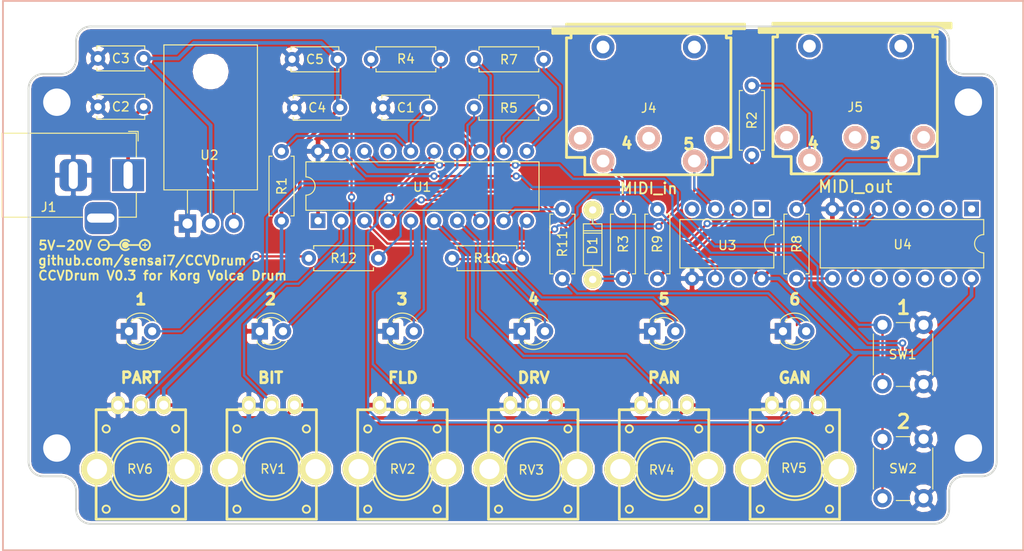
<source format=kicad_pcb>
(kicad_pcb (version 20171130) (host pcbnew "(5.0.2)-1")
  (layers (0 F.Cu signal) (31 B.Cu signal) (34 B.Paste user) (35 F.Paste user) (36 B.SilkS user) (37 F.SilkS user) (38 B.Mask user) (39 F.Mask user) (44 Edge.Cuts user))
  (net 0 "")
  (net 1 GND)
  (net 2 "Net-(D2-Pad2)")
  (net 3 "Net-(D1-Pad2)")
  (net 4 +5V)
  (net 5 +3V3)
  (net 6 TXD)
  (net 7 BIT)
  (net 8 RXD)
  (net 9 FLD)
  (net 10 GAN)
  (net 11 DRV)
  (net 12 PAN)
  (net 13 "Net-(D4-Pad2)")
  (net 14 "Net-(D3-Pad2)")
  (net 15 "Net-(D5-Pad2)")
  (net 16 TEST)
  (net 17 "Net-(D6-Pad2)")
  (net 18 PART)
  (net 19 LED_P1)
  (net 20 LED_P5)
  (net 21 LED_P4)
  (net 22 LED_P3)
  (net 23 LED_P6)
  (net 24 LED_P2)
  (net 25 PUSH_L1)
  (net 26 PUSH_L2)
  (net 27 "Net-(J5-Pad3)")
  (net 28 "Net-(J5-Pad4)")
  (net 29 "Net-(J5-Pad2)")
  (net 30 "Net-(J5-Pad1)")
  (net 31 "Net-(J4-Pad1)")
  (net 32 "Net-(J4-Pad2)")
  (net 33 "Net-(J4-Pad4)")
  (net 34 "Net-(J4-Pad3)")
  (net 35 "Net-(C1-Pad1)")
  (net 36 "Net-(D7-Pad2)")
  (net 37 "Net-(U3-Pad1)")
  (net 38 "Net-(U3-Pad4)")
  (net 39 "Net-(U3-Pad7)")
  (net 40 "Net-(D1-Pad1)")
  (net 41 "Net-(J5-Pad5)")
  (net 42 "Net-(R8-Pad2)")
  (net 43 "Net-(U4-Pad6)")
  (module Package_DIP:DIP-14_W7.62mm (layer F.Cu) (at 138.15 123.9 270)
    (fp_text reference U4 (at 3.9 7.55) (layer F.SilkS))
    (fp_text value 74HC14)
    (pad 1 thru_hole rect (at 0 0 270) (size 1.6 1.6) (drill 0.8) (layers *.Cu *.Mask))
    (pad 8 thru_hole oval (at 7.62 15.24 270) (size 1.6 1.6) (drill 0.8) (layers *.Cu *.Mask) (net 42 "Net-(R8-Pad2)"))
    (pad 2 thru_hole oval (at 0 2.54 270) (size 1.6 1.6) (drill 0.8) (layers *.Cu *.Mask))
    (pad 9 thru_hole oval (at 7.62 12.7 270) (size 1.6 1.6) (drill 0.8) (layers *.Cu *.Mask) (net 43 "Net-(U4-Pad6)"))
    (pad 3 thru_hole oval (at 0 5.08 270) (size 1.6 1.6) (drill 0.8) (layers *.Cu *.Mask))
    (pad 10 thru_hole oval (at 7.62 10.16 270) (size 1.6 1.6) (drill 0.8) (layers *.Cu *.Mask))
    (pad 4 thru_hole oval (at 0 7.62 270) (size 1.6 1.6) (drill 0.8) (layers *.Cu *.Mask))
    (pad 11 thru_hole oval (at 7.62 7.62 270) (size 1.6 1.6) (drill 0.8) (layers *.Cu *.Mask))
    (pad 5 thru_hole oval (at 0 10.16 270) (size 1.6 1.6) (drill 0.8) (layers *.Cu *.Mask) (net 6 TXD))
    (pad 12 thru_hole oval (at 7.62 5.08 270) (size 1.6 1.6) (drill 0.8) (layers *.Cu *.Mask))
    (pad 6 thru_hole oval (at 0 12.7 270) (size 1.6 1.6) (drill 0.8) (layers *.Cu *.Mask) (net 43 "Net-(U4-Pad6)"))
    (pad 13 thru_hole oval (at 7.62 2.54 270) (size 1.6 1.6) (drill 0.8) (layers *.Cu *.Mask))
    (pad 7 thru_hole oval (at 0 15.24 270) (size 1.6 1.6) (drill 0.8) (layers *.Cu *.Mask) (net 1 GND))
    (pad 14 thru_hole oval (at 7.62 0 270) (size 1.6 1.6) (drill 0.8) (layers *.Cu *.Mask) (net 5 +3V3))
  )
  (module w_pth_diodes:diode_do35 (layer F.Cu) (at 96.667333 127.815511 90)
    (fp_text reference D1 (at -0.1 -0.01225 90) (layer F.SilkS))
    (fp_text value 1N4148 hide)
    (pad 2 thru_hole circle (at 3.81 0 90) (size 1.99898 1.99898) (drill 0.8001) (layers *.Cu *.Mask F.SilkS) (net 3 "Net-(D1-Pad2)"))
    (pad 1 thru_hole circle (at -3.81 0 90) (size 1.99898 1.99898) (drill 0.8001) (layers *.Cu *.Mask F.SilkS) (net 40 "Net-(D1-Pad1)"))
  )
  (module Package_TO_SOT_THT:TO-220-3_Horizontal_TabDown (layer F.Cu) (at 52.3 125.5)
    (fp_text reference U2 (at 2.4 -7.5) (layer F.SilkS))
    (fp_text value LM1117IMP-3.3)
    (pad 3 thru_hole oval (at 5.08 0) (size 1.905 2) (drill 1.1) (layers *.Cu *.Mask) (net 4 +5V))
    (pad 2 thru_hole oval (at 2.54 0) (size 1.905 2) (drill 1.1) (layers *.Cu *.Mask) (net 5 +3V3))
    (pad 1 thru_hole rect (at 0 0) (size 1.905 2) (drill 1.1) (layers *.Cu *.Mask) (net 1 GND))
    (pad "" np_thru_hole oval (at 2.54 -16.66) (size 3.5 3.5) (drill 3.5) (layers *.Cu *.Mask))
  )
  (module SensaiLib:din-5 (layer F.Cu) (at 102.8 113.15 180)
    (fp_text reference J4 (at 0 0.3 180) (layer F.SilkS))
    (fp_text value MIDI_in (at 0 -8.5 180) (layer F.SilkS) (effects (font (size 1.2 1.2) (thickness 0.2))))
    (pad "" thru_hole circle (at -5.00126 6.9977 180) (size 2.49936 2.49936) (drill 1.397) (layers *.Cu *.Mask))
    (pad "" thru_hole circle (at 5.00126 6.9977 180) (size 2.49936 2.49936) (drill 1.397) (layers *.Cu *.Mask))
    (pad 5 thru_hole circle (at -4.99618 -5.4991 180) (size 2.49936 2.49936) (drill 1.397) (layers *.Cu *.SilkS *.Mask) (net 3 "Net-(D1-Pad2)"))
    (pad 1 thru_hole circle (at 7.49808 -2.9972 180) (size 2.49936 2.49936) (drill 1.397) (layers *.Cu *.SilkS *.Mask) (net 31 "Net-(J4-Pad1)"))
    (pad 2 thru_hole circle (at 0 -2.99974 180) (size 2.49936 2.49936) (drill 1.397) (layers *.Cu *.SilkS *.Mask) (net 32 "Net-(J4-Pad2)"))
    (pad 4 thru_hole circle (at 4.99618 -5.4991 180) (size 2.49936 2.49936) (drill 1.397) (layers *.Cu *.SilkS *.Mask) (net 33 "Net-(J4-Pad4)"))
    (pad 3 thru_hole circle (at -7.49808 -2.9972 180) (size 2.49936 2.49936) (drill 1.397) (layers *.Cu *.SilkS *.Mask) (net 34 "Net-(J4-Pad3)"))
  )
  (module SensaiLib:din-5 (layer F.Cu) (at 125.4 113.05 180)
    (fp_text reference J5 (at -0.017413 0.3 180) (layer F.SilkS))
    (fp_text value MIDI_out (at -0.017413 -8.4 180) (layer F.SilkS) (effects (font (size 1.3 1.3) (thickness 0.2))))
    (pad "" thru_hole circle (at -5.00126 6.9977 180) (size 2.49936 2.49936) (drill 1.397) (layers *.Cu *.Mask))
    (pad "" thru_hole circle (at 5.00126 6.9977 180) (size 2.49936 2.49936) (drill 1.397) (layers *.Cu *.Mask))
    (pad 5 thru_hole circle (at -4.99618 -5.4991 180) (size 2.49936 2.49936) (drill 1.397) (layers *.Cu *.SilkS *.Mask) (net 41 "Net-(J5-Pad5)"))
    (pad 1 thru_hole circle (at 7.49808 -2.9972 180) (size 2.49936 2.49936) (drill 1.397) (layers *.Cu *.SilkS *.Mask) (net 30 "Net-(J5-Pad1)"))
    (pad 2 thru_hole circle (at 0 -2.99974 180) (size 2.49936 2.49936) (drill 1.397) (layers *.Cu *.SilkS *.Mask) (net 29 "Net-(J5-Pad2)"))
    (pad 4 thru_hole circle (at 4.99618 -5.4991 180) (size 2.49936 2.49936) (drill 1.397) (layers *.Cu *.SilkS *.Mask) (net 28 "Net-(J5-Pad4)"))
    (pad 3 thru_hole circle (at -7.49808 -2.9972 180) (size 2.49936 2.49936) (drill 1.397) (layers *.Cu *.SilkS *.Mask) (net 27 "Net-(J5-Pad3)"))
  )
  (module Package_DIP:DIP-8_W7.62mm (layer F.Cu) (at 115.167332 123.9 270)
    (fp_text reference U3 (at 4 3.763) (layer F.SilkS))
    (fp_text value 6N139)
    (pad 8 thru_hole oval (at 7.62 0 270) (size 1.6 1.6) (drill 0.8) (layers *.Cu *.Mask) (net 5 +3V3))
    (pad 4 thru_hole oval (at 0 7.62 270) (size 1.6 1.6) (drill 0.8) (layers *.Cu *.Mask) (net 38 "Net-(U3-Pad4)"))
    (pad 7 thru_hole oval (at 7.62 2.54 270) (size 1.6 1.6) (drill 0.8) (layers *.Cu *.Mask) (net 39 "Net-(U3-Pad7)"))
    (pad 3 thru_hole oval (at 0 5.08 270) (size 1.6 1.6) (drill 0.8) (layers *.Cu *.Mask) (net 3 "Net-(D1-Pad2)"))
    (pad 6 thru_hole oval (at 7.62 5.08 270) (size 1.6 1.6) (drill 0.8) (layers *.Cu *.Mask) (net 8 RXD))
    (pad 2 thru_hole oval (at 0 2.54 270) (size 1.6 1.6) (drill 0.8) (layers *.Cu *.Mask) (net 40 "Net-(D1-Pad1)"))
    (pad 5 thru_hole oval (at 7.62 7.62 270) (size 1.6 1.6) (drill 0.8) (layers *.Cu *.Mask) (net 1 GND))
    (pad 1 thru_hole rect (at 0 0 270) (size 1.6 1.6) (drill 0.8) (layers *.Cu *.Mask) (net 37 "Net-(U3-Pad1)"))
  )
  (module Connector_BarrelJack:BarrelJack_Horizontal (layer F.Cu) (at 45.8 120.2)
    (fp_text reference J1 (at -8.7 3.5) (layer F.SilkS))
    (fp_text value Barrel_Jack)
    (pad 3 thru_hole roundrect (at -3 4.7) (size 3.5 3.5) (drill oval 3 1) (layers *.Cu *.Mask))
    (pad 2 thru_hole roundrect (at -6 0) (size 3 3.5) (drill oval 1 3) (layers *.Cu *.Mask) (net 1 GND))
    (pad 1 thru_hole rect (at 0 0) (size 3.5 3.5) (drill oval 1 3) (layers *.Cu *.Mask) (net 4 +5V))
  )
  (module LED_THT:LED_D3.0mm (layer F.Cu) (at 88.9 137.3)
    (fp_text reference D4 hide)
    (fp_text value 3)
    (pad 2 thru_hole circle (at 2.54 0) (size 1.8 1.8) (drill 0.9) (layers *.Cu *.Mask) (net 13 "Net-(D4-Pad2)"))
    (pad 1 thru_hole rect (at 0 0) (size 1.8 1.8) (drill 0.9) (layers *.Cu *.Mask) (net 1 GND))
  )
  (module LED_THT:LED_D3.0mm (layer F.Cu) (at 103.18 137.3)
    (fp_text reference D5 hide)
    (fp_text value 4)
    (pad 2 thru_hole circle (at 2.54 0) (size 1.8 1.8) (drill 0.9) (layers *.Cu *.Mask) (net 15 "Net-(D5-Pad2)"))
    (pad 1 thru_hole rect (at 0 0) (size 1.8 1.8) (drill 0.9) (layers *.Cu *.Mask) (net 1 GND))
  )
  (module LED_THT:LED_D3.0mm (layer F.Cu) (at 74.54 137.3)
    (fp_text reference D3 hide)
    (fp_text value 2)
    (pad 2 thru_hole circle (at 2.54 0) (size 1.8 1.8) (drill 0.9) (layers *.Cu *.Mask) (net 14 "Net-(D3-Pad2)"))
    (pad 1 thru_hole rect (at 0 0) (size 1.8 1.8) (drill 0.9) (layers *.Cu *.Mask) (net 1 GND))
  )
  (module LED_THT:LED_D3.0mm (layer F.Cu) (at 117.5 137.3)
    (fp_text reference D6 hide)
    (fp_text value 5)
    (pad 2 thru_hole circle (at 2.54 0) (size 1.8 1.8) (drill 0.9) (layers *.Cu *.Mask) (net 17 "Net-(D6-Pad2)"))
    (pad 1 thru_hole rect (at 0 0) (size 1.8 1.8) (drill 0.9) (layers *.Cu *.Mask) (net 1 GND))
  )
  (module LED_THT:LED_D3.0mm (layer F.Cu) (at 45.9 137.3)
    (fp_text reference D7 hide)
    (fp_text value 6)
    (pad 2 thru_hole circle (at 2.54 0) (size 1.8 1.8) (drill 0.9) (layers *.Cu *.Mask) (net 36 "Net-(D7-Pad2)"))
    (pad 1 thru_hole rect (at 0 0) (size 1.8 1.8) (drill 0.9) (layers *.Cu *.Mask) (net 1 GND))
  )
  (module LED_THT:LED_D3.0mm (layer F.Cu) (at 60.22 137.3)
    (fp_text reference D2 hide)
    (fp_text value 1)
    (pad 2 thru_hole circle (at 2.54 0) (size 1.8 1.8) (drill 0.9) (layers *.Cu *.Mask) (net 2 "Net-(D2-Pad2)"))
    (pad 1 thru_hole rect (at 0 0) (size 1.8 1.8) (drill 0.9) (layers *.Cu *.Mask) (net 1 GND))
  )
  (module Resistor_THT:R_Axial_DIN0207_L6.3mm_D2.5mm_P7.62mm_Horizontal (layer F.Cu) (at 93.35 123.93 270)
    (fp_text reference R11 (at 3.81 0 270) (layer F.SilkS))
    (fp_text value RLED)
    (pad 2 thru_hole oval (at 7.62 0 270) (size 1.6 1.6) (drill 0.8) (layers *.Cu *.Mask) (net 17 "Net-(D6-Pad2)"))
    (pad 1 thru_hole circle (at 0 0 270) (size 1.6 1.6) (drill 0.8) (layers *.Cu *.Mask) (net 20 LED_P5))
  )
  (module Resistor_THT:R_Axial_DIN0207_L6.3mm_D2.5mm_P7.62mm_Horizontal (layer F.Cu) (at 73.2 129.3 180)
    (fp_text reference R12 (at 3.8 0 180) (layer F.SilkS))
    (fp_text value RLED)
    (pad 2 thru_hole oval (at 7.62 0 180) (size 1.6 1.6) (drill 0.8) (layers *.Cu *.Mask) (net 36 "Net-(D7-Pad2)"))
    (pad 1 thru_hole circle (at 0 0 180) (size 1.6 1.6) (drill 0.8) (layers *.Cu *.Mask) (net 23 LED_P6))
  )
  (module Resistor_THT:R_Axial_DIN0207_L6.3mm_D2.5mm_P7.62mm_Horizontal (layer F.Cu) (at 88.9 129.3 180)
    (fp_text reference R10 (at 3.81 0 180) (layer F.SilkS))
    (fp_text value RLED)
    (pad 2 thru_hole oval (at 7.62 0 180) (size 1.6 1.6) (drill 0.8) (layers *.Cu *.Mask) (net 15 "Net-(D5-Pad2)"))
    (pad 1 thru_hole circle (at 0 0 180) (size 1.6 1.6) (drill 0.8) (layers *.Cu *.Mask) (net 21 LED_P4))
  )
  (module Package_DIP:DIP-20_W7.62mm (layer F.Cu) (at 66.6 125.2 90)
    (fp_text reference U1 (at 3.7 11.4 180) (layer F.SilkS))
    (fp_text value MSP430G2533)
    (pad 20 thru_hole oval (at 7.62 0 90) (size 1.6 1.6) (drill 0.8) (layers *.Cu *.Mask) (net 1 GND))
    (pad 10 thru_hole oval (at 0 22.86 90) (size 1.6 1.6) (drill 0.8) (layers *.Cu *.Mask) (net 21 LED_P4))
    (pad 19 thru_hole oval (at 7.62 2.54 90) (size 1.6 1.6) (drill 0.8) (layers *.Cu *.Mask) (net 26 PUSH_L2))
    (pad 9 thru_hole oval (at 0 20.32 90) (size 1.6 1.6) (drill 0.8) (layers *.Cu *.Mask) (net 20 LED_P5))
    (pad 18 thru_hole oval (at 7.62 5.08 90) (size 1.6 1.6) (drill 0.8) (layers *.Cu *.Mask) (net 25 PUSH_L1))
    (pad 8 thru_hole oval (at 0 17.78 90) (size 1.6 1.6) (drill 0.8) (layers *.Cu *.Mask) (net 23 LED_P6))
    (pad 17 thru_hole oval (at 7.62 7.62 90) (size 1.6 1.6) (drill 0.8) (layers *.Cu *.Mask) (net 16 TEST))
    (pad 7 thru_hole oval (at 0 15.24 90) (size 1.6 1.6) (drill 0.8) (layers *.Cu *.Mask) (net 12 PAN))
    (pad 16 thru_hole oval (at 7.62 10.16 90) (size 1.6 1.6) (drill 0.8) (layers *.Cu *.Mask) (net 35 "Net-(C1-Pad1)"))
    (pad 6 thru_hole oval (at 0 12.7 90) (size 1.6 1.6) (drill 0.8) (layers *.Cu *.Mask) (net 11 DRV))
    (pad 15 thru_hole oval (at 7.62 12.7 90) (size 1.6 1.6) (drill 0.8) (layers *.Cu *.Mask) (net 18 PART))
    (pad 5 thru_hole oval (at 0 10.16 90) (size 1.6 1.6) (drill 0.8) (layers *.Cu *.Mask) (net 9 FLD))
    (pad 14 thru_hole oval (at 7.62 15.24 90) (size 1.6 1.6) (drill 0.8) (layers *.Cu *.Mask) (net 10 GAN))
    (pad 4 thru_hole oval (at 0 7.62 90) (size 1.6 1.6) (drill 0.8) (layers *.Cu *.Mask) (net 6 TXD))
    (pad 13 thru_hole oval (at 7.62 17.78 90) (size 1.6 1.6) (drill 0.8) (layers *.Cu *.Mask) (net 19 LED_P1))
    (pad 3 thru_hole oval (at 0 5.08 90) (size 1.6 1.6) (drill 0.8) (layers *.Cu *.Mask) (net 8 RXD))
    (pad 12 thru_hole oval (at 7.62 20.32 90) (size 1.6 1.6) (drill 0.8) (layers *.Cu *.Mask) (net 24 LED_P2))
    (pad 2 thru_hole oval (at 0 2.54 90) (size 1.6 1.6) (drill 0.8) (layers *.Cu *.Mask) (net 7 BIT))
    (pad 11 thru_hole oval (at 7.62 22.86 90) (size 1.6 1.6) (drill 0.8) (layers *.Cu *.Mask) (net 22 LED_P3))
    (pad 1 thru_hole rect (at 0 0 90) (size 1.6 1.6) (drill 0.8) (layers *.Cu *.Mask) (net 5 +3V3))
  )
  (module w_pth_resistors:trimmer_alps-rk09k1130ah1 (layer F.Cu) (at 118.8 152.4 180)
    (fp_text reference RV5 (at 0.1 0.1 180) (layer F.SilkS))
    (fp_text value 10k hide)
    (pad "" thru_hole circle (at 4.8 0 180) (size 3.5 3.5) (drill 2.2) (layers *.Cu *.Mask F.SilkS))
    (pad "" thru_hole circle (at -4.8 0 180) (size 3.5 3.5) (drill 2.2) (layers *.Cu *.Mask F.SilkS))
    (pad 3 thru_hole oval (at 2.5 7 180) (size 1.5 2) (drill 1) (layers *.Cu *.Mask F.SilkS) (net 1 GND))
    (pad 2 thru_hole oval (at 0 7 180) (size 1.5 2) (drill 1) (layers *.Cu *.Mask F.SilkS) (net 18 PART))
    (pad 1 thru_hole oval (at -2.5 7 180) (size 1.5 2) (drill 1) (layers *.Cu *.Mask F.SilkS) (net 5 +3V3))
  )
  (module Capacitor_THT:C_Disc_D5.0mm_W2.5mm_P5.00mm (layer F.Cu) (at 68.753333 107.5 180)
    (fp_text reference C5 (at 2.5 0 180) (layer F.SilkS))
    (fp_text value 100)
    (pad 2 thru_hole circle (at 5 0 180) (size 1.6 1.6) (drill 0.8) (layers *.Cu *.Mask) (net 1 GND))
    (pad 1 thru_hole circle (at 0 0 180) (size 1.6 1.6) (drill 0.8) (layers *.Cu *.Mask) (net 5 +3V3))
  )
  (module Capacitor_THT:C_Disc_D5.0mm_W2.5mm_P5.00mm (layer F.Cu) (at 69 112.8 180)
    (fp_text reference C4 (at 2.5 0 180) (layer F.SilkS))
    (fp_text value 10)
    (pad 2 thru_hole circle (at 5 0 180) (size 1.6 1.6) (drill 0.8) (layers *.Cu *.Mask) (net 1 GND))
    (pad 1 thru_hole circle (at 0 0 180) (size 1.6 1.6) (drill 0.8) (layers *.Cu *.Mask) (net 5 +3V3))
  )
  (module Capacitor_THT:C_Disc_D5.0mm_W2.5mm_P5.00mm (layer F.Cu) (at 47.5 107.4 180)
    (fp_text reference C3 (at 2.5 0 180) (layer F.SilkS))
    (fp_text value 100)
    (pad 2 thru_hole circle (at 5 0 180) (size 1.6 1.6) (drill 0.8) (layers *.Cu *.Mask) (net 1 GND))
    (pad 1 thru_hole circle (at 0 0 180) (size 1.6 1.6) (drill 0.8) (layers *.Cu *.Mask) (net 5 +3V3))
  )
  (module Button_Switch_THT:SW_PUSH_6mm_H4.3mm (layer F.Cu) (at 132.9 149.1 270)
    (fp_text reference SW2 (at 3.25 2.25) (layer F.SilkS))
    (fp_text value SW_Push)
    (pad 1 thru_hole circle (at 6.5 0) (size 2 2) (drill 1.1) (layers *.Cu *.Mask) (net 1 GND))
    (pad 2 thru_hole circle (at 6.5 4.5) (size 2 2) (drill 1.1) (layers *.Cu *.Mask) (net 26 PUSH_L2))
    (pad 1 thru_hole circle (at 0 0) (size 2 2) (drill 1.1) (layers *.Cu *.Mask) (net 1 GND))
    (pad 2 thru_hole circle (at 0 4.5) (size 2 2) (drill 1.1) (layers *.Cu *.Mask) (net 26 PUSH_L2))
  )
  (module Button_Switch_THT:SW_PUSH_6mm_H4.3mm (layer F.Cu) (at 132.9 136.6 270)
    (fp_text reference SW1 (at 3.25 2.3) (layer F.SilkS))
    (fp_text value SW_Push)
    (pad 1 thru_hole circle (at 6.5 0) (size 2 2) (drill 1.1) (layers *.Cu *.Mask) (net 1 GND))
    (pad 2 thru_hole circle (at 6.5 4.5) (size 2 2) (drill 1.1) (layers *.Cu *.Mask) (net 25 PUSH_L1))
    (pad 1 thru_hole circle (at 0 0) (size 2 2) (drill 1.1) (layers *.Cu *.Mask) (net 1 GND))
    (pad 2 thru_hole circle (at 0 4.5) (size 2 2) (drill 1.1) (layers *.Cu *.Mask) (net 25 PUSH_L1))
  )
  (module Capacitor_THT:C_Disc_D5.0mm_W2.5mm_P5.00mm (layer F.Cu) (at 78.7 112.8 180)
    (fp_text reference C1 (at 2.5 0 180) (layer F.SilkS))
    (fp_text value 10)
    (pad 2 thru_hole circle (at 5 0 180) (size 1.6 1.6) (drill 0.8) (layers *.Cu *.Mask) (net 1 GND))
    (pad 1 thru_hole circle (at 0 0 180) (size 1.6 1.6) (drill 0.8) (layers *.Cu *.Mask) (net 35 "Net-(C1-Pad1)"))
  )
  (module Capacitor_THT:C_Disc_D5.0mm_W2.5mm_P5.00mm (layer F.Cu) (at 47.5 112.7 180)
    (fp_text reference C2 (at 2.5 0 180) (layer F.SilkS))
    (fp_text value 330)
    (pad 2 thru_hole circle (at 5 0 180) (size 1.6 1.6) (drill 0.8) (layers *.Cu *.Mask) (net 1 GND))
    (pad 1 thru_hole circle (at 0 0 180) (size 1.6 1.6) (drill 0.8) (layers *.Cu *.Mask) (net 4 +5V))
  )
  (module Resistor_THT:R_Axial_DIN0207_L6.3mm_D2.5mm_P7.62mm_Horizontal (layer F.Cu) (at 99.984666 131.55 90)
    (fp_text reference R3 (at 3.81 0.035 90) (layer F.SilkS))
    (fp_text value 220)
    (pad 2 thru_hole oval (at 7.62 0 90) (size 1.6 1.6) (drill 0.8) (layers *.Cu *.Mask) (net 33 "Net-(J4-Pad4)"))
    (pad 1 thru_hole circle (at 0 0 90) (size 1.6 1.6) (drill 0.8) (layers *.Cu *.Mask) (net 40 "Net-(D1-Pad1)"))
  )
  (module Resistor_THT:R_Axial_DIN0207_L6.3mm_D2.5mm_P7.62mm_Horizontal (layer F.Cu) (at 103.750999 131.55 90)
    (fp_text reference R9 (at 3.81 0 90) (layer F.SilkS))
    (fp_text value 270)
    (pad 2 thru_hole oval (at 7.62 0 90) (size 1.6 1.6) (drill 0.8) (layers *.Cu *.Mask) (net 8 RXD))
    (pad 1 thru_hole circle (at 0 0 90) (size 1.6 1.6) (drill 0.8) (layers *.Cu *.Mask) (net 5 +3V3))
  )
  (module Resistor_THT:R_Axial_DIN0207_L6.3mm_D2.5mm_P7.62mm_Horizontal (layer F.Cu) (at 118.983665 123.93 270)
    (fp_text reference R8 (at 3.8 -0.03 270) (layer F.SilkS))
    (fp_text value 68)
    (pad 2 thru_hole oval (at 7.62 0 270) (size 1.6 1.6) (drill 0.8) (layers *.Cu *.Mask) (net 42 "Net-(R8-Pad2)"))
    (pad 1 thru_hole circle (at 0 0 270) (size 1.6 1.6) (drill 0.8) (layers *.Cu *.Mask) (net 41 "Net-(J5-Pad5)"))
  )
  (module Resistor_THT:R_Axial_DIN0207_L6.3mm_D2.5mm_P7.62mm_Horizontal (layer F.Cu) (at 91.3 107.5 180)
    (fp_text reference R7 (at 3.81 -0.035 180) (layer F.SilkS))
    (fp_text value RLED)
    (pad 2 thru_hole oval (at 7.62 0 180) (size 1.6 1.6) (drill 0.8) (layers *.Cu *.Mask) (net 13 "Net-(D4-Pad2)"))
    (pad 1 thru_hole circle (at 0 0 180) (size 1.6 1.6) (drill 0.8) (layers *.Cu *.Mask) (net 22 LED_P3))
  )
  (module Resistor_THT:R_Axial_DIN0207_L6.3mm_D2.5mm_P7.62mm_Horizontal (layer F.Cu) (at 62.6 125.2 90)
    (fp_text reference R1 (at 3.8 0.03 90) (layer F.SilkS))
    (fp_text value 47k)
    (pad 2 thru_hole oval (at 7.62 0 90) (size 1.6 1.6) (drill 0.8) (layers *.Cu *.Mask) (net 35 "Net-(C1-Pad1)"))
    (pad 1 thru_hole circle (at 0 0 90) (size 1.6 1.6) (drill 0.8) (layers *.Cu *.Mask) (net 5 +3V3))
  )
  (module Resistor_THT:R_Axial_DIN0207_L6.3mm_D2.5mm_P7.62mm_Horizontal (layer F.Cu) (at 80.026666 107.5 180)
    (fp_text reference R4 (at 3.81 0.04 180) (layer F.SilkS))
    (fp_text value RLED)
    (pad 2 thru_hole oval (at 7.62 0 180) (size 1.6 1.6) (drill 0.8) (layers *.Cu *.Mask) (net 2 "Net-(D2-Pad2)"))
    (pad 1 thru_hole circle (at 0 0 180) (size 1.6 1.6) (drill 0.8) (layers *.Cu *.Mask) (net 19 LED_P1))
  )
  (module Resistor_THT:R_Axial_DIN0207_L6.3mm_D2.5mm_P7.62mm_Horizontal (layer F.Cu) (at 91.3 112.8 180)
    (fp_text reference R5 (at 3.81 -0.04 180) (layer F.SilkS))
    (fp_text value RLED)
    (pad 2 thru_hole oval (at 7.62 0 180) (size 1.6 1.6) (drill 0.8) (layers *.Cu *.Mask) (net 14 "Net-(D3-Pad2)"))
    (pad 1 thru_hole circle (at 0 0 180) (size 1.6 1.6) (drill 0.8) (layers *.Cu *.Mask) (net 24 LED_P2))
  )
  (module Resistor_THT:R_Axial_DIN0207_L6.3mm_D2.5mm_P7.62mm_Horizontal (layer F.Cu) (at 114.1 118 90)
    (fp_text reference R2 (at 3.81 0 90) (layer F.SilkS))
    (fp_text value 68)
    (pad 2 thru_hole oval (at 7.62 0 90) (size 1.6 1.6) (drill 0.8) (layers *.Cu *.Mask) (net 28 "Net-(J5-Pad4)"))
    (pad 1 thru_hole circle (at 0 0 90) (size 1.6 1.6) (drill 0.8) (layers *.Cu *.Mask) (net 5 +3V3))
  )
  (module w_pth_resistors:trimmer_alps-rk09k1130ah1 (layer F.Cu) (at 47.2 152.4 180)
    (fp_text reference RV6 (at 0.1 0 180) (layer F.SilkS))
    (fp_text value 10k hide)
    (pad "" thru_hole circle (at 4.8 0 180) (size 3.5 3.5) (drill 2.2) (layers *.Cu *.Mask F.SilkS))
    (pad "" thru_hole circle (at -4.8 0 180) (size 3.5 3.5) (drill 2.2) (layers *.Cu *.Mask F.SilkS))
    (pad 3 thru_hole oval (at 2.5 7 180) (size 1.5 2) (drill 1) (layers *.Cu *.Mask F.SilkS) (net 1 GND))
    (pad 2 thru_hole oval (at 0 7 180) (size 1.5 2) (drill 1) (layers *.Cu *.Mask F.SilkS) (net 10 GAN))
    (pad 1 thru_hole oval (at -2.5 7 180) (size 1.5 2) (drill 1) (layers *.Cu *.Mask F.SilkS) (net 5 +3V3))
  )
  (module w_pth_resistors:trimmer_alps-rk09k1130ah1 (layer F.Cu) (at 61.52 152.4 180)
    (fp_text reference RV1 (at -0.16 0 180) (layer F.SilkS))
    (fp_text value 10k hide)
    (pad "" thru_hole circle (at 4.8 0 180) (size 3.5 3.5) (drill 2.2) (layers *.Cu *.Mask F.SilkS))
    (pad "" thru_hole circle (at -4.8 0 180) (size 3.5 3.5) (drill 2.2) (layers *.Cu *.Mask F.SilkS))
    (pad 3 thru_hole oval (at 2.5 7 180) (size 1.5 2) (drill 1) (layers *.Cu *.Mask F.SilkS) (net 1 GND))
    (pad 2 thru_hole oval (at 0 7 180) (size 1.5 2) (drill 1) (layers *.Cu *.Mask F.SilkS) (net 7 BIT))
    (pad 1 thru_hole oval (at -2.5 7 180) (size 1.5 2) (drill 1) (layers *.Cu *.Mask F.SilkS) (net 5 +3V3))
  )
  (module w_pth_resistors:trimmer_alps-rk09k1130ah1 (layer F.Cu) (at 75.84 152.4 180)
    (fp_text reference RV2 (at -0.02 0 180) (layer F.SilkS))
    (fp_text value 10k hide)
    (pad "" thru_hole circle (at 4.8 0 180) (size 3.5 3.5) (drill 2.2) (layers *.Cu *.Mask F.SilkS))
    (pad "" thru_hole circle (at -4.8 0 180) (size 3.5 3.5) (drill 2.2) (layers *.Cu *.Mask F.SilkS))
    (pad 3 thru_hole oval (at 2.5 7 180) (size 1.5 2) (drill 1) (layers *.Cu *.Mask F.SilkS) (net 1 GND))
    (pad 2 thru_hole oval (at 0 7 180) (size 1.5 2) (drill 1) (layers *.Cu *.Mask F.SilkS) (net 9 FLD))
    (pad 1 thru_hole oval (at -2.5 7 180) (size 1.5 2) (drill 1) (layers *.Cu *.Mask F.SilkS) (net 5 +3V3))
  )
  (module w_pth_resistors:trimmer_alps-rk09k1130ah1 (layer F.Cu) (at 90.16 152.4 180)
    (fp_text reference RV3 (at 0.22 -0.1 180) (layer F.SilkS))
    (fp_text value 10k hide)
    (pad "" thru_hole circle (at 4.8 0 180) (size 3.5 3.5) (drill 2.2) (layers *.Cu *.Mask F.SilkS))
    (pad "" thru_hole circle (at -4.8 0 180) (size 3.5 3.5) (drill 2.2) (layers *.Cu *.Mask F.SilkS))
    (pad 3 thru_hole oval (at 2.5 7 180) (size 1.5 2) (drill 1) (layers *.Cu *.Mask F.SilkS) (net 1 GND))
    (pad 2 thru_hole oval (at 0 7 180) (size 1.5 2) (drill 1) (layers *.Cu *.Mask F.SilkS) (net 11 DRV))
    (pad 1 thru_hole oval (at -2.5 7 180) (size 1.5 2) (drill 1) (layers *.Cu *.Mask F.SilkS) (net 5 +3V3))
  )
  (module w_pth_resistors:trimmer_alps-rk09k1130ah1 (layer F.Cu) (at 104.48 152.4 180)
    (fp_text reference RV4 (at 0.26 -0.1 180) (layer F.SilkS))
    (fp_text value 10k hide)
    (pad "" thru_hole circle (at 4.8 0 180) (size 3.5 3.5) (drill 2.2) (layers *.Cu *.Mask F.SilkS))
    (pad "" thru_hole circle (at -4.8 0 180) (size 3.5 3.5) (drill 2.2) (layers *.Cu *.Mask F.SilkS))
    (pad 3 thru_hole oval (at 2.5 7 180) (size 1.5 2) (drill 1) (layers *.Cu *.Mask F.SilkS) (net 1 GND))
    (pad 2 thru_hole oval (at 0 7 180) (size 1.5 2) (drill 1) (layers *.Cu *.Mask F.SilkS) (net 12 PAN))
    (pad 1 thru_hole oval (at -2.5 7 180) (size 1.5 2) (drill 1) (layers *.Cu *.Mask F.SilkS) (net 5 +3V3))
  )
  (gr_line (start 42.9 127.85) (end 43.35 127.85) (layer F.SilkS) (width 0.15))
  (gr_line (start 47.65 128.1) (end 47.65 127.65) (layer F.SilkS) (width 0.15))
  (gr_line (start 47.4 127.85) (end 47.85 127.85) (layer F.SilkS) (width 0.15))
  (gr_line (start 45.5 127.85) (end 47.05 127.85) (layer F.SilkS) (width 0.2))
  (gr_line (start 44.85 127.85) (end 43.7 127.85) (layer F.SilkS) (width 0.2))
  (gr_circle (center 45.5 127.85) (end 45.570711 127.85) (layer F.SilkS) (width 0.3))
  (gr_arc (start 45.5 127.85) (end 45.899999 127.450001) (angle -266.6335393) (layer F.SilkS) (width 0.2))
  (gr_arc (start 43.15 127.85) (end 43.549999 128.249999) (angle -86.18592517) (layer F.SilkS) (width 0.2))
  (gr_circle (center 47.634315 127.85) (end 48.034315 128.25) (layer F.SilkS) (width 0.2))
  (gr_circle (center 43.134315 127.85) (end 43.534315 128.25) (layer F.SilkS) (width 0.2))
  (gr_text "5V-20V " (at 39.295238 127.9) (layer F.SilkS) (effects (font (size 1 1) (thickness 0.2))))
  (gr_arc (start 137.3 107.5) (end 135.7 107.5) (angle -90) (layer Edge.Cuts) (width 0.2))
  (gr_arc (start 36.5 151.6) (end 34.9 151.6) (angle -90) (layer Edge.Cuts) (width 0.2))
  (gr_arc (start 38.5 154.8) (end 40.1 154.8) (angle -90) (layer Edge.Cuts) (width 0.2))
  (gr_arc (start 41.7 156.8) (end 40.1 156.8) (angle -90) (layer Edge.Cuts) (width 0.2))
  (gr_arc (start 134.1 156.8) (end 134.1 158.4) (angle -90) (layer Edge.Cuts) (width 0.2))
  (gr_arc (start 137.3 154.8) (end 137.3 153.2) (angle -90) (layer Edge.Cuts) (width 0.2))
  (gr_arc (start 139.3 151.6) (end 139.3 153.2) (angle -90) (layer Edge.Cuts) (width 0.2))
  (gr_arc (start 139.3 110.7) (end 140.9 110.7) (angle -90) (layer Edge.Cuts) (width 0.2))
  (gr_arc (start 134.1 105.5) (end 135.7 105.5) (angle -90) (layer Edge.Cuts) (width 0.2))
  (gr_arc (start 41.7 105.5) (end 41.7 103.9) (angle -90) (layer Edge.Cuts) (width 0.2))
  (gr_arc (start 38.5 107.5) (end 38.5 109.1) (angle -90) (layer Edge.Cuts) (width 0.2))
  (gr_arc (start 36.5 110.7) (end 36.5 109.1) (angle -90) (layer Edge.Cuts) (width 0.2))
  (gr_line (start 38.5 153.2) (end 36.5 153.2) (layer Edge.Cuts) (width 0.2))
  (gr_line (start 40.1 156.8) (end 40.1 154.8) (layer Edge.Cuts) (width 0.2))
  (gr_line (start 137.3 153.2) (end 139.3 153.2) (layer Edge.Cuts) (width 0.2))
  (gr_line (start 135.7 156.8) (end 135.7 154.8) (layer Edge.Cuts) (width 0.2))
  (gr_line (start 137.3 109.1) (end 139.3 109.1) (layer Edge.Cuts) (width 0.2))
  (gr_line (start 135.7 105.5) (end 135.7 107.5) (layer Edge.Cuts) (width 0.2))
  (gr_line (start 40.1 107.5) (end 40.1 105.5) (layer Edge.Cuts) (width 0.2))
  (gr_line (start 36.5 109.1) (end 38.5 109.1) (layer Edge.Cuts) (width 0.2))
  (gr_text 5 (at 127.6 116.7) (layer F.SilkS) (effects (font (size 1.2 1.2) (thickness 0.3))))
  (gr_text 4 (at 120.8 116.7) (layer F.SilkS) (effects (font (size 1.2 1.2) (thickness 0.3))))
  (gr_line (start 143.8 101.1) (end 143.8 161.3) (layer B.SilkS) (width 0.2))
  (gr_line (start 32.1 101.1) (end 143.8 101.1) (layer B.SilkS) (width 0.2))
  (gr_line (start 32.1 161.3) (end 32.1 101.1) (layer B.SilkS) (width 0.2))
  (gr_line (start 32.1 161.3) (end 143.8 161.3) (layer B.SilkS) (width 0.2))
  (gr_text 5 (at 107.2 116.8) (layer F.SilkS) (effects (font (size 1.2 1.2) (thickness 0.3))))
  (gr_text 4 (at 100.4 116.7) (layer F.SilkS) (effects (font (size 1.2 1.2) (thickness 0.3))))
  (gr_line (start 41.7 103.9) (end 134.1 103.9) (layer Edge.Cuts) (width 0.2))
  (gr_line (start 140.9 151.6) (end 140.9 110.7) (layer Edge.Cuts) (width 0.2))
  (gr_text github.com/sensai7/CCVDrum (at 58.871429 129.55) (layer F.SilkS) (effects (font (size 1 1) (thickness 0.2)) (justify right)))
  (gr_text "CCVDrum V0.3 for Korg Volca Drum" (at 63.3 131.2) (layer F.SilkS) (effects (font (size 1 1) (thickness 0.2)) (justify right)))
  (gr_text 3 (at 75.8 133.8) (layer F.SilkS) (effects (font (size 1.2 1.2) (thickness 0.3))))
  (gr_text 2 (at 61.4 133.8) (layer F.SilkS) (effects (font (size 1.2 1.2) (thickness 0.3))))
  (gr_text 4 (at 90.2 133.8) (layer F.SilkS) (effects (font (size 1.2 1.2) (thickness 0.3))))
  (gr_text 6 (at 118.8 133.8) (layer F.SilkS) (effects (font (size 1.2 1.2) (thickness 0.3))))
  (gr_text 5 (at 104.5 133.8) (layer F.SilkS) (effects (font (size 1.2 1.2) (thickness 0.3))))
  (gr_text 1 (at 47.2 133.8) (layer F.SilkS) (effects (font (size 1.2 1.2) (thickness 0.3))))
  (gr_text 2 (at 130.7 147.2) (layer F.SilkS) (effects (font (size 1.5 1.5) (thickness 0.3))))
  (gr_text 1 (at 130.7 134.7) (layer F.SilkS) (effects (font (size 1.5 1.5) (thickness 0.3))))
  (gr_text GAN (at 118.8 142.4) (layer F.SilkS) (effects (font (size 1.2 1.2) (thickness 0.3))))
  (gr_text PAN (at 104.5 142.4) (layer F.SilkS) (effects (font (size 1.2 1.2) (thickness 0.3))))
  (gr_text DRV (at 90.2 142.4) (layer F.SilkS) (effects (font (size 1.2 1.2) (thickness 0.3))))
  (gr_text FLD (at 75.9 142.4) (layer F.SilkS) (effects (font (size 1.2 1.2) (thickness 0.3))))
  (gr_text BIT (at 61.4 142.4) (layer F.SilkS) (effects (font (size 1.2 1.2) (thickness 0.3))))
  (gr_text PART (at 47.2 142.4) (layer F.SilkS) (effects (font (size 1.2 1.2) (thickness 0.3))))
  (gr_line (start 34.9 151.6) (end 34.9 110.7) (layer Edge.Cuts) (width 0.2))
  (gr_line (start 41.7 158.4) (end 134.1 158.4) (layer Edge.Cuts) (width 0.2))
  (via (at 137.8 150.1) (size 5) (drill 3) (layers F.Cu B.Cu) (net 1))
  (via (at 137.8 112.2) (size 5) (drill 3) (layers F.Cu B.Cu) (net 1))
  (via (at 38 150.1) (size 5) (drill 3) (layers F.Cu B.Cu) (net 1))
  (via (at 38 112.2) (size 5) (drill 3) (layers F.Cu B.Cu) (net 1))
  (segment (start 70.265001 129.794999) (end 70.265001 122.6) (width 0.25) (layer B.Cu) (net 2))
  (segment (start 62.76 137.3) (end 70.265001 129.794999) (width 0.25) (layer B.Cu) (net 2))
  (segment (start 70.265001 122.6) (end 70.265001 122.565001) (width 0.25) (layer B.Cu) (net 2))
  (via (at 70.265001 122.6) (size 0.8) (drill 0.4) (layers F.Cu B.Cu) (net 2))
  (segment (start 70.265001 122.6) (end 70.265001 114.034999) (width 0.25) (layer F.Cu) (net 2))
  (segment (start 72.406666 111.893334) (end 72.406666 107.5) (width 0.25) (layer F.Cu) (net 2))
  (segment (start 70.265001 114.034999) (end 72.406666 111.893334) (width 0.25) (layer F.Cu) (net 2))
  (segment (start 108.99618 119.01318) (end 108.99618 118.6991) (width 0.25) (layer B.Cu) (net 3))
  (segment (start 107.79618 121.608848) (end 110.087332 123.9) (width 0.25) (layer B.Cu) (net 3))
  (segment (start 107.79618 118.6491) (end 107.79618 121.608848) (width 0.25) (layer B.Cu) (net 3))
  (segment (start 96.667333 125.419003) (end 97.04833 125.8) (width 0.25) (layer B.Cu) (net 3))
  (segment (start 96.667333 124.005511) (end 96.667333 125.419003) (width 0.25) (layer B.Cu) (net 3))
  (segment (start 97.04833 125.8) (end 103.9 125.8) (width 0.25) (layer B.Cu) (net 3))
  (segment (start 103.9 125.8) (end 103.9 125.8) (width 0.25) (layer B.Cu) (net 3))
  (via (at 103.9 125.8) (size 0.8) (drill 0.4) (layers F.Cu B.Cu) (net 3))
  (segment (start 107.79618 121.90382) (end 107.79618 118.6491) (width 0.25) (layer F.Cu) (net 3))
  (segment (start 103.9 125.8) (end 107.79618 121.90382) (width 0.25) (layer F.Cu) (net 3))
  (segment (start 45.8 114.4) (end 47.5 112.7) (width 0.4) (layer F.Cu) (net 4))
  (segment (start 45.8 120.2) (end 45.8 114.4) (width 0.4) (layer F.Cu) (net 4))
  (segment (start 57.38 122.58) (end 57.38 125.5) (width 0.4) (layer F.Cu) (net 4))
  (segment (start 47.5 112.7) (end 57.38 122.58) (width 0.4) (layer F.Cu) (net 4))
  (segment (start 54.84 125.5) (end 54.84 114.74) (width 0.4) (layer B.Cu) (net 5))
  (segment (start 68.753333 112.553333) (end 69 112.8) (width 0.4) (layer F.Cu) (net 5))
  (segment (start 62.6 125.2) (end 62.6 130.7) (width 0.4) (layer B.Cu) (net 5))
  (segment (start 49.7 143.6) (end 49.7 145.4) (width 0.4) (layer B.Cu) (net 5))
  (segment (start 62.6 130.7) (end 49.7 143.6) (width 0.4) (layer B.Cu) (net 5))
  (segment (start 64.02 145.65) (end 64.02 145.4) (width 0.4) (layer F.Cu) (net 5))
  (segment (start 62.86999 146.80001) (end 64.02 145.65) (width 0.4) (layer F.Cu) (net 5))
  (segment (start 52.25001 146.80001) (end 62.86999 146.80001) (width 0.4) (layer F.Cu) (net 5))
  (segment (start 50.85 145.4) (end 52.25001 146.80001) (width 0.4) (layer F.Cu) (net 5))
  (segment (start 49.7 145.4) (end 50.85 145.4) (width 0.4) (layer F.Cu) (net 5))
  (segment (start 78.34 145.65) (end 78.34 145.4) (width 0.4) (layer F.Cu) (net 5))
  (segment (start 77.18999 146.80001) (end 78.34 145.65) (width 0.4) (layer F.Cu) (net 5))
  (segment (start 66.57001 146.80001) (end 77.18999 146.80001) (width 0.4) (layer F.Cu) (net 5))
  (segment (start 65.17 145.4) (end 66.57001 146.80001) (width 0.4) (layer F.Cu) (net 5))
  (segment (start 64.02 145.4) (end 65.17 145.4) (width 0.4) (layer F.Cu) (net 5))
  (segment (start 92.66 145.65) (end 92.66 145.4) (width 0.4) (layer F.Cu) (net 5))
  (segment (start 91.50999 146.80001) (end 92.66 145.65) (width 0.4) (layer F.Cu) (net 5))
  (segment (start 80.89001 146.80001) (end 91.50999 146.80001) (width 0.4) (layer F.Cu) (net 5))
  (segment (start 79.49 145.4) (end 80.89001 146.80001) (width 0.4) (layer F.Cu) (net 5))
  (segment (start 78.34 145.4) (end 79.49 145.4) (width 0.4) (layer F.Cu) (net 5))
  (segment (start 106.98 145.65) (end 106.98 145.4) (width 0.4) (layer F.Cu) (net 5))
  (segment (start 105.82999 146.80001) (end 106.98 145.65) (width 0.4) (layer F.Cu) (net 5))
  (segment (start 95.21001 146.80001) (end 105.82999 146.80001) (width 0.4) (layer F.Cu) (net 5))
  (segment (start 93.81 145.4) (end 95.21001 146.80001) (width 0.4) (layer F.Cu) (net 5))
  (segment (start 92.66 145.4) (end 93.81 145.4) (width 0.4) (layer F.Cu) (net 5))
  (segment (start 121.3 145.65) (end 121.3 145.4) (width 0.4) (layer F.Cu) (net 5))
  (segment (start 120.14999 146.80001) (end 121.3 145.65) (width 0.4) (layer F.Cu) (net 5))
  (segment (start 109.53001 146.80001) (end 120.14999 146.80001) (width 0.4) (layer F.Cu) (net 5))
  (segment (start 108.13 145.4) (end 109.53001 146.80001) (width 0.4) (layer F.Cu) (net 5))
  (segment (start 106.98 145.4) (end 108.13 145.4) (width 0.4) (layer F.Cu) (net 5))
  (segment (start 47.5 107.4) (end 51.3 107.4) (width 0.4) (layer B.Cu) (net 5))
  (segment (start 51.3 107.4) (end 53 105.7) (width 0.4) (layer B.Cu) (net 5))
  (segment (start 66.953333 105.7) (end 68.753333 107.5) (width 0.4) (layer B.Cu) (net 5))
  (segment (start 53 105.7) (end 66.953333 105.7) (width 0.4) (layer B.Cu) (net 5))
  (segment (start 68.753333 112.553333) (end 69 112.8) (width 0.4) (layer B.Cu) (net 5))
  (segment (start 68.753333 107.5) (end 68.753333 112.553333) (width 0.4) (layer B.Cu) (net 5))
  (segment (start 54.84 114.74) (end 47.5 107.4) (width 0.4) (layer B.Cu) (net 5))
  (segment (start 121.3 144) (end 125.65 139.65) (width 0.4) (layer B.Cu) (net 5))
  (segment (start 121.3 145.4) (end 121.3 144) (width 0.4) (layer B.Cu) (net 5))
  (segment (start 138.15 132.65137) (end 138.15 131.52) (width 0.4) (layer B.Cu) (net 5))
  (segment (start 138.15 133.422002) (end 138.15 132.65137) (width 0.4) (layer B.Cu) (net 5))
  (segment (start 131.922002 139.65) (end 138.15 133.422002) (width 0.4) (layer B.Cu) (net 5))
  (segment (start 125.65 139.65) (end 131.922002 139.65) (width 0.4) (layer B.Cu) (net 5))
  (segment (start 125.65 139.65) (end 125.15 139.65) (width 0.4) (layer B.Cu) (net 5))
  (segment (start 117.02 131.52) (end 115.167332 131.52) (width 0.4) (layer B.Cu) (net 5))
  (segment (start 125.15 139.65) (end 117.02 131.52) (width 0.4) (layer B.Cu) (net 5))
  (segment (start 103.750999 131.55) (end 105.650999 129.65) (width 0.4) (layer F.Cu) (net 5))
  (segment (start 113.297332 129.65) (end 115.167332 131.52) (width 0.4) (layer F.Cu) (net 5))
  (segment (start 105.650999 129.65) (end 113.297332 129.65) (width 0.4) (layer F.Cu) (net 5))
  (segment (start 114.1 119.13137) (end 117 122.03137) (width 0.4) (layer F.Cu) (net 5))
  (segment (start 114.1 118) (end 114.1 119.13137) (width 0.4) (layer F.Cu) (net 5))
  (segment (start 117 129.687332) (end 115.167332 131.52) (width 0.4) (layer F.Cu) (net 5))
  (segment (start 117 122.03137) (end 117 129.687332) (width 0.4) (layer F.Cu) (net 5))
  (segment (start 66.6 124) (end 64.6 122) (width 0.4) (layer F.Cu) (net 5))
  (segment (start 66.6 125.2) (end 66.6 124) (width 0.4) (layer F.Cu) (net 5))
  (segment (start 64.6 117.2) (end 69 112.8) (width 0.4) (layer F.Cu) (net 5))
  (segment (start 64.6 122) (end 64.6 117.2) (width 0.4) (layer F.Cu) (net 5))
  (segment (start 62.6 124) (end 64.6 122) (width 0.4) (layer F.Cu) (net 5))
  (segment (start 62.6 125.2) (end 62.6 124) (width 0.4) (layer F.Cu) (net 5))
  (segment (start 127.99 123.9) (end 126.39 125.5) (width 0.25) (layer B.Cu) (net 6))
  (segment (start 126.39 125.5) (end 109.2 125.5) (width 0.25) (layer B.Cu) (net 6))
  (via (at 109.2 125.5) (size 0.8) (drill 0.4) (layers F.Cu B.Cu) (net 6))
  (segment (start 109.2 125.5) (end 109.2 125.5) (width 0.25) (layer B.Cu) (net 6))
  (segment (start 107.3 127.4) (end 109.2 125.5) (width 0.25) (layer F.Cu) (net 6))
  (segment (start 95.2 127.4) (end 107.3 127.4) (width 0.25) (layer F.Cu) (net 6))
  (segment (start 89.8 122) (end 95.2 127.4) (width 0.25) (layer F.Cu) (net 6))
  (segment (start 74.22 125.2) (end 77.42 122) (width 0.25) (layer F.Cu) (net 6))
  (segment (start 77.42 122) (end 89.8 122) (width 0.25) (layer F.Cu) (net 6))
  (segment (start 61.52 145.15) (end 58.5 142.13) (width 0.25) (layer B.Cu) (net 7))
  (segment (start 61.52 145.4) (end 61.52 145.15) (width 0.25) (layer B.Cu) (net 7))
  (segment (start 58.5 136.634998) (end 63.034998 132.1) (width 0.25) (layer B.Cu) (net 7))
  (segment (start 58.5 142.13) (end 58.5 136.634998) (width 0.25) (layer B.Cu) (net 7))
  (segment (start 69.14 126.33137) (end 69.14 125.2) (width 0.25) (layer B.Cu) (net 7))
  (segment (start 69.14 127.405002) (end 69.14 126.33137) (width 0.25) (layer B.Cu) (net 7))
  (segment (start 64.445002 132.1) (end 69.14 127.405002) (width 0.25) (layer B.Cu) (net 7))
  (segment (start 63.034998 132.1) (end 64.445002 132.1) (width 0.25) (layer B.Cu) (net 7))
  (segment (start 110.087332 130.266333) (end 103.750999 123.93) (width 0.25) (layer B.Cu) (net 8))
  (segment (start 110.087332 131.52) (end 110.087332 130.266333) (width 0.25) (layer B.Cu) (net 8))
  (segment (start 92.274999 126.325001) (end 92.5 126.1) (width 0.25) (layer F.Cu) (net 8))
  (via (at 92.5 126.1) (size 0.8) (drill 0.4) (layers F.Cu B.Cu) (net 8))
  (segment (start 92.899999 125.700001) (end 93.799999 125.700001) (width 0.25) (layer B.Cu) (net 8))
  (segment (start 92.5 126.1) (end 92.899999 125.700001) (width 0.25) (layer B.Cu) (net 8))
  (segment (start 93.799999 125.700001) (end 95 124.5) (width 0.25) (layer B.Cu) (net 8))
  (segment (start 95 123.712596) (end 96.612596 122.1) (width 0.25) (layer B.Cu) (net 8))
  (segment (start 95 124.5) (end 95 123.712596) (width 0.25) (layer B.Cu) (net 8))
  (segment (start 101.920999 122.1) (end 103.750999 123.93) (width 0.25) (layer B.Cu) (net 8))
  (segment (start 96.612596 122.1) (end 101.920999 122.1) (width 0.25) (layer B.Cu) (net 8))
  (segment (start 72.479999 125.999999) (end 72.499999 125.999999) (width 0.25) (layer F.Cu) (net 8))
  (segment (start 71.68 125.2) (end 72.479999 125.999999) (width 0.25) (layer F.Cu) (net 8))
  (segment (start 72.499999 125.999999) (end 74.2 127.7) (width 0.25) (layer F.Cu) (net 8))
  (segment (start 90.9 127.7) (end 92.5 126.1) (width 0.25) (layer F.Cu) (net 8))
  (segment (start 74.2 127.7) (end 90.9 127.7) (width 0.25) (layer F.Cu) (net 8))
  (segment (start 75.84 144.15) (end 72.6 140.91) (width 0.25) (layer B.Cu) (net 9))
  (segment (start 75.84 145.4) (end 75.84 144.15) (width 0.25) (layer B.Cu) (net 9))
  (segment (start 72.6 140.91) (end 72.6 133) (width 0.25) (layer B.Cu) (net 9))
  (segment (start 76.76 128.84) (end 76.76 125.2) (width 0.25) (layer B.Cu) (net 9))
  (segment (start 72.6 133) (end 76.76 128.84) (width 0.25) (layer B.Cu) (net 9))
  (segment (start 81.84 119.36) (end 81.84 117.58) (width 0.25) (layer B.Cu) (net 10))
  (segment (start 47.2 145.15) (end 61 131.35) (width 0.25) (layer B.Cu) (net 10))
  (segment (start 61 131.35) (end 61 124.9) (width 0.25) (layer B.Cu) (net 10))
  (segment (start 61 124.9) (end 64.8 121.1) (width 0.25) (layer B.Cu) (net 10))
  (segment (start 47.2 145.4) (end 47.2 145.15) (width 0.25) (layer B.Cu) (net 10))
  (segment (start 64.8 121.1) (end 80.1 121.1) (width 0.25) (layer B.Cu) (net 10))
  (segment (start 80.1 121.1) (end 81.84 119.36) (width 0.25) (layer B.Cu) (net 10))
  (segment (start 90.16 145.15) (end 83.01 138) (width 0.25) (layer B.Cu) (net 11))
  (segment (start 90.16 145.4) (end 90.16 145.15) (width 0.25) (layer B.Cu) (net 11))
  (segment (start 83.01 128.91) (end 79.3 125.2) (width 0.25) (layer B.Cu) (net 11))
  (segment (start 83.01 138) (end 83.01 128.91) (width 0.25) (layer B.Cu) (net 11))
  (segment (start 104.48 144.15) (end 100.33 140) (width 0.25) (layer B.Cu) (net 12))
  (segment (start 104.48 145.4) (end 104.48 144.15) (width 0.25) (layer B.Cu) (net 12))
  (segment (start 89.1 140) (end 84.1 135) (width 0.25) (layer B.Cu) (net 12))
  (segment (start 100.33 140) (end 89.1 140) (width 0.25) (layer B.Cu) (net 12))
  (segment (start 84.1 127.46) (end 81.84 125.2) (width 0.25) (layer B.Cu) (net 12))
  (segment (start 84.1 135) (end 84.1 127.46) (width 0.25) (layer B.Cu) (net 12))
  (segment (start 84.479999 108.299999) (end 83.68 107.5) (width 0.25) (layer B.Cu) (net 13))
  (segment (start 85.505001 109.325001) (end 84.479999 108.299999) (width 0.25) (layer B.Cu) (net 13))
  (segment (start 91.44 137.3) (end 91.44 135.64) (width 0.25) (layer B.Cu) (net 13))
  (segment (start 85.505001 129.705001) (end 85.505001 109.325001) (width 0.25) (layer B.Cu) (net 13))
  (segment (start 91.44 135.64) (end 85.505001 129.705001) (width 0.25) (layer B.Cu) (net 13))
  (segment (start 78.174999 134.932209) (end 78.174999 123.925001) (width 0.25) (layer B.Cu) (net 14))
  (segment (start 77.08 137.3) (end 77.08 136.027208) (width 0.25) (layer B.Cu) (net 14))
  (segment (start 77.08 136.027208) (end 78.174999 134.932209) (width 0.25) (layer B.Cu) (net 14))
  (segment (start 82.965001 119.134999) (end 82.965001 114.734999) (width 0.25) (layer B.Cu) (net 14))
  (segment (start 78.174999 123.925001) (end 82.965001 119.134999) (width 0.25) (layer B.Cu) (net 14))
  (segment (start 83.68 114.02) (end 83.68 112.8) (width 0.25) (layer B.Cu) (net 14))
  (segment (start 82.965001 114.734999) (end 83.68 114.02) (width 0.25) (layer B.Cu) (net 14))
  (segment (start 105.72 136.027208) (end 103.292792 133.6) (width 0.25) (layer B.Cu) (net 15))
  (segment (start 105.72 137.3) (end 105.72 136.027208) (width 0.25) (layer B.Cu) (net 15))
  (segment (start 103.292792 133.6) (end 91.1 133.6) (width 0.25) (layer B.Cu) (net 15))
  (segment (start 91.1 133.6) (end 86.9 129.4) (width 0.25) (layer B.Cu) (net 15))
  (segment (start 86.9 129.4) (end 86.9 129.4) (width 0.25) (layer B.Cu) (net 15))
  (via (at 86.9 129.4) (size 0.8) (drill 0.4) (layers F.Cu B.Cu) (net 15))
  (segment (start 81.38 129.4) (end 81.28 129.3) (width 0.25) (layer F.Cu) (net 15))
  (segment (start 86.9 129.4) (end 81.38 129.4) (width 0.25) (layer F.Cu) (net 15))
  (segment (start 115.889991 133.149991) (end 115.89 133.15) (width 0.25) (layer B.Cu) (net 17))
  (segment (start 120.04 137.3) (end 115.89 133.15) (width 0.25) (layer B.Cu) (net 17))
  (segment (start 94.95 133.15) (end 93.35 131.55) (width 0.25) (layer B.Cu) (net 17))
  (segment (start 115.89 133.15) (end 94.95 133.15) (width 0.25) (layer B.Cu) (net 17))
  (segment (start 118.8 145.65) (end 117.15 147.3) (width 0.25) (layer B.Cu) (net 18))
  (segment (start 118.8 145.4) (end 118.8 145.65) (width 0.25) (layer B.Cu) (net 18))
  (segment (start 73.094999 125.450003) (end 73.094999 124.005001) (width 0.25) (layer B.Cu) (net 18))
  (segment (start 72.074999 126.470003) (end 73.094999 125.450003) (width 0.25) (layer B.Cu) (net 18))
  (segment (start 72.074999 145.905292) (end 72.074999 126.470003) (width 0.25) (layer B.Cu) (net 18))
  (segment (start 117.15 147.3) (end 73.469707 147.3) (width 0.25) (layer B.Cu) (net 18))
  (segment (start 73.469707 147.3) (end 72.074999 145.905292) (width 0.25) (layer B.Cu) (net 18))
  (segment (start 73.094999 124.005001) (end 74.4 122.7) (width 0.25) (layer B.Cu) (net 18))
  (segment (start 74.4 122.7) (end 74.4 122.7) (width 0.25) (layer B.Cu) (net 18))
  (via (at 74.4 122.7) (size 0.8) (drill 0.4) (layers F.Cu B.Cu) (net 18))
  (segment (start 79.3 117.8) (end 79.3 117.58) (width 0.25) (layer F.Cu) (net 18))
  (segment (start 74.4 122.7) (end 79.3 117.8) (width 0.25) (layer F.Cu) (net 18))
  (segment (start 80.026666 108.63137) (end 81.4 110.004704) (width 0.25) (layer F.Cu) (net 19))
  (segment (start 80.026666 107.5) (end 80.026666 108.63137) (width 0.25) (layer F.Cu) (net 19))
  (segment (start 81.4 114.6) (end 84.38 117.58) (width 0.25) (layer F.Cu) (net 19))
  (segment (start 81.4 110.004704) (end 81.4 114.6) (width 0.25) (layer F.Cu) (net 19))
  (segment (start 88.19 123.93) (end 93.35 123.93) (width 0.25) (layer B.Cu) (net 20))
  (segment (start 86.92 125.2) (end 88.19 123.93) (width 0.25) (layer B.Cu) (net 20))
  (segment (start 88.9 125.76) (end 89.46 125.2) (width 0.25) (layer B.Cu) (net 21))
  (segment (start 88.9 129.3) (end 88.9 125.76) (width 0.25) (layer B.Cu) (net 21))
  (segment (start 91.3 108.63137) (end 93.1 110.43137) (width 0.25) (layer B.Cu) (net 22))
  (segment (start 91.3 107.5) (end 91.3 108.63137) (width 0.25) (layer B.Cu) (net 22))
  (segment (start 93.1 113.94) (end 89.46 117.58) (width 0.25) (layer B.Cu) (net 22))
  (segment (start 93.1 110.43137) (end 93.1 113.94) (width 0.25) (layer B.Cu) (net 22))
  (segment (start 75.634999 124.659999) (end 77.394998 122.9) (width 0.25) (layer B.Cu) (net 23))
  (segment (start 73.2 129.3) (end 75.634999 126.865001) (width 0.25) (layer B.Cu) (net 23))
  (segment (start 75.634999 126.865001) (end 75.634999 124.659999) (width 0.25) (layer B.Cu) (net 23))
  (segment (start 77.394998 122.9) (end 77.9 122.9) (width 0.25) (layer B.Cu) (net 23))
  (segment (start 77.394998 122.9) (end 77.394998 122.9) (width 0.25) (layer B.Cu) (net 23))
  (via (at 77.9 122.9) (size 0.8) (drill 0.4) (layers F.Cu B.Cu) (net 23))
  (segment (start 82.08 122.9) (end 84.38 125.2) (width 0.25) (layer F.Cu) (net 23))
  (segment (start 77.9 122.9) (end 82.08 122.9) (width 0.25) (layer F.Cu) (net 23))
  (segment (start 86.92 116.44863) (end 86.92 117.58) (width 0.25) (layer B.Cu) (net 24))
  (segment (start 86.92 116.04863) (end 86.92 116.44863) (width 0.25) (layer B.Cu) (net 24))
  (segment (start 90.16863 112.8) (end 86.92 116.04863) (width 0.25) (layer B.Cu) (net 24))
  (segment (start 91.3 112.8) (end 90.16863 112.8) (width 0.25) (layer B.Cu) (net 24))
  (segment (start 128.4 143.1) (end 128.4 136.6) (width 0.25) (layer F.Cu) (net 25))
  (segment (start 88.2 119.1) (end 88.2 119.1) (width 0.25) (layer B.Cu) (net 25))
  (via (at 88.2 119.1) (size 0.8) (drill 0.4) (layers F.Cu B.Cu) (net 25))
  (segment (start 88.2 119.1) (end 87.634315 119.1) (width 0.25) (layer F.Cu) (net 25))
  (segment (start 87.634315 119.1) (end 79.9 119.1) (width 0.25) (layer F.Cu) (net 25))
  (segment (start 79.9 119.1) (end 79.9 119.1) (width 0.25) (layer F.Cu) (net 25))
  (via (at 79.9 119.1) (size 0.8) (drill 0.4) (layers F.Cu B.Cu) (net 25))
  (segment (start 73.2 119.1) (end 71.68 117.58) (width 0.25) (layer B.Cu) (net 25))
  (segment (start 79.9 119.1) (end 73.2 119.1) (width 0.25) (layer B.Cu) (net 25))
  (segment (start 93 119.1) (end 88.2 119.1) (width 0.25) (layer B.Cu) (net 25))
  (segment (start 94.5 120.6) (end 93 119.1) (width 0.25) (layer B.Cu) (net 25))
  (segment (start 104.5 120.6) (end 94.5 120.6) (width 0.25) (layer B.Cu) (net 25))
  (segment (start 106 124.01767) (end 106 122.1) (width 0.25) (layer B.Cu) (net 25))
  (segment (start 125.8 136.6) (end 121.3 132.1) (width 0.25) (layer B.Cu) (net 25))
  (segment (start 128.4 136.6) (end 125.8 136.6) (width 0.25) (layer B.Cu) (net 25))
  (segment (start 106 122.1) (end 104.5 120.6) (width 0.25) (layer B.Cu) (net 25))
  (segment (start 121.3 132.1) (end 121.3 130.2) (width 0.25) (layer B.Cu) (net 25))
  (segment (start 121.3 130.2) (end 119.1 128) (width 0.25) (layer B.Cu) (net 25))
  (segment (start 119.1 128) (end 109.98233 128) (width 0.25) (layer B.Cu) (net 25))
  (segment (start 109.98233 128) (end 106 124.01767) (width 0.25) (layer B.Cu) (net 25))
  (segment (start 128.4 154.185787) (end 128.4 149.1) (width 0.25) (layer F.Cu) (net 26))
  (segment (start 128.4 155.6) (end 128.4 154.185787) (width 0.25) (layer F.Cu) (net 26))
  (segment (start 88.3 120.3) (end 88.3 120.3) (width 0.25) (layer B.Cu) (net 26))
  (via (at 88.3 120.3) (size 0.8) (drill 0.4) (layers F.Cu B.Cu) (net 26))
  (segment (start 88.3 120.3) (end 79.3 120.3) (width 0.25) (layer F.Cu) (net 26))
  (segment (start 79.3 120.3) (end 79.3 120.3) (width 0.25) (layer F.Cu) (net 26))
  (via (at 79.3 120.3) (size 0.8) (drill 0.4) (layers F.Cu B.Cu) (net 26))
  (segment (start 71.86 120.3) (end 69.14 117.58) (width 0.25) (layer B.Cu) (net 26))
  (segment (start 79.3 120.3) (end 71.86 120.3) (width 0.25) (layer B.Cu) (net 26))
  (segment (start 88.3 120.3) (end 88.865685 120.3) (width 0.25) (layer B.Cu) (net 26))
  (segment (start 88.865685 120.3) (end 90.065685 121.5) (width 0.25) (layer B.Cu) (net 26))
  (segment (start 90.065685 121.5) (end 104.4 121.5) (width 0.25) (layer B.Cu) (net 26))
  (segment (start 104.4 121.5) (end 105.4 122.5) (width 0.25) (layer B.Cu) (net 26))
  (segment (start 105.4 122.5) (end 105.4 124.5) (width 0.25) (layer B.Cu) (net 26))
  (segment (start 105.4 124.5) (end 109.6 128.7) (width 0.25) (layer B.Cu) (net 26))
  (segment (start 109.6 128.7) (end 117.2 128.7) (width 0.25) (layer B.Cu) (net 26))
  (segment (start 117.2 128.7) (end 118.5 128.7) (width 0.25) (layer B.Cu) (net 26))
  (segment (start 118.5 128.7) (end 120.6 130.8) (width 0.25) (layer B.Cu) (net 26))
  (segment (start 120.6 130.8) (end 120.6 132.4) (width 0.25) (layer B.Cu) (net 26))
  (segment (start 120.6 132.4) (end 126.8 138.6) (width 0.25) (layer B.Cu) (net 26))
  (segment (start 126.8 138.6) (end 130.6 138.6) (width 0.25) (layer B.Cu) (net 26))
  (segment (start 130.6 138.6) (end 130.6 138.6) (width 0.25) (layer B.Cu) (net 26))
  (via (at 130.6 138.6) (size 0.8) (drill 0.4) (layers F.Cu B.Cu) (net 26))
  (segment (start 128.4 149.1) (end 128.4 146.7) (width 0.25) (layer F.Cu) (net 26))
  (segment (start 130.6 144.5) (end 130.6 138.6) (width 0.25) (layer F.Cu) (net 26))
  (segment (start 128.4 146.7) (end 130.6 144.5) (width 0.25) (layer F.Cu) (net 26))
  (segment (start 117.38 110.38) (end 114.1 110.38) (width 0.25) (layer B.Cu) (net 28))
  (segment (start 120.40382 118.5491) (end 120.40382 113.40382) (width 0.25) (layer B.Cu) (net 28))
  (segment (start 120.40382 113.40382) (end 117.38 110.38) (width 0.25) (layer B.Cu) (net 28))
  (segment (start 99.984666 120.829946) (end 99.984666 123.93) (width 0.25) (layer F.Cu) (net 33))
  (segment (start 97.80382 118.6491) (end 99.984666 120.829946) (width 0.25) (layer F.Cu) (net 33))
  (segment (start 75.960001 116.780001) (end 76.76 117.58) (width 0.25) (layer B.Cu) (net 35))
  (segment (start 75.08 115.9) (end 75.960001 116.780001) (width 0.25) (layer B.Cu) (net 35))
  (segment (start 64.28 115.9) (end 75.08 115.9) (width 0.25) (layer B.Cu) (net 35))
  (segment (start 62.6 117.58) (end 64.28 115.9) (width 0.25) (layer B.Cu) (net 35))
  (segment (start 76.76 114.74) (end 78.7 112.8) (width 0.25) (layer B.Cu) (net 35))
  (segment (start 76.76 117.58) (end 76.76 114.74) (width 0.25) (layer B.Cu) (net 35))
  (segment (start 48.44 137.3) (end 51.6 137.3) (width 0.25) (layer B.Cu) (net 36))
  (segment (start 51.6 137.3) (end 59.8 129.1) (width 0.25) (layer B.Cu) (net 36))
  (segment (start 59.8 129.1) (end 59.8 129.1) (width 0.25) (layer B.Cu) (net 36))
  (via (at 59.8 129.1) (size 0.8) (drill 0.4) (layers F.Cu B.Cu) (net 36))
  (segment (start 65.38 129.1) (end 65.58 129.3) (width 0.25) (layer F.Cu) (net 36))
  (segment (start 59.8 129.1) (end 65.38 129.1) (width 0.25) (layer F.Cu) (net 36))
  (segment (start 100.784665 130.750001) (end 99.984666 131.55) (width 0.25) (layer F.Cu) (net 40))
  (segment (start 103.134666 128.4) (end 100.784665 130.750001) (width 0.25) (layer F.Cu) (net 40))
  (segment (start 108.127332 128.4) (end 103.134666 128.4) (width 0.25) (layer F.Cu) (net 40))
  (segment (start 112.627332 123.9) (end 108.127332 128.4) (width 0.25) (layer F.Cu) (net 40))
  (segment (start 96.742844 131.55) (end 96.667333 131.625511) (width 0.25) (layer B.Cu) (net 40))
  (segment (start 99.984666 131.55) (end 96.742844 131.55) (width 0.25) (layer B.Cu) (net 40))
  (segment (start 124.364565 118.5491) (end 130.39618 118.5491) (width 0.25) (layer B.Cu) (net 41))
  (segment (start 118.983665 123.93) (end 124.364565 118.5491) (width 0.25) (layer B.Cu) (net 41))
  (segment (start 119.013665 131.52) (end 118.983665 131.55) (width 0.25) (layer F.Cu) (net 42))
  (segment (start 122.91 131.52) (end 119.013665 131.52) (width 0.25) (layer F.Cu) (net 42))
  (segment (start 125.45 130.38863) (end 125.45 123.9) (width 0.25) (layer F.Cu) (net 43))
  (segment (start 125.45 131.52) (end 125.45 130.38863) (width 0.25) (layer F.Cu) (net 43))
  (zone (net 1) (net_name GND) (layer B.Cu) (connect_pads (clearance 0.2)) (min_thickness 0.2) (fill yes (arc_segments 16) (thermal_gap 0.508) (thermal_bridge_width 0.508))
    (polygon (pts (xy 34.9 103.9) (xy 140.9 103.9) (xy 140.9 158.4) (xy 34.9 158.4)))
  )
  (zone (net 1) (net_name GND) (layer F.Cu) (connect_pads (clearance 0.2)) (min_thickness 0.2) (fill yes (arc_segments 16) (thermal_gap 0.508) (thermal_bridge_width 0.508))
    (polygon (pts (xy 34.9 158.3) (xy 34.9 103.9) (xy 140.9 103.9) (xy 140.9 158.4) (xy 34.9 158.4)))
  )
)
</source>
